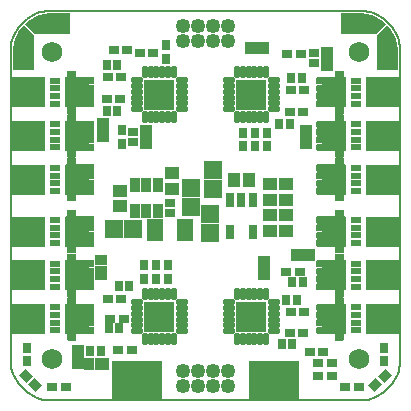
<source format=gts>
G04*
G04 #@! TF.GenerationSoftware,Altium Limited,Altium Designer,22.9.1 (49)*
G04*
G04 Layer_Color=8388736*
%FSLAX25Y25*%
%MOIN*%
G70*
G04*
G04 #@! TF.SameCoordinates,5A2D5F74-2F22-471E-A729-26C66B6EDD7C*
G04*
G04*
G04 #@! TF.FilePolarity,Negative*
G04*
G01*
G75*
%ADD15C,0.00500*%
%ADD18R,0.03556X0.04737*%
%ADD19R,0.03753X0.03162*%
%ADD20R,0.03320X0.03162*%
%ADD21R,0.03162X0.03320*%
%ADD22R,0.03950X0.04934*%
%ADD23R,0.03950X0.03359*%
%ADD24R,0.03162X0.03753*%
%ADD25R,0.04934X0.03950*%
%ADD26R,0.03359X0.03950*%
%ADD27R,0.02965X0.04737*%
G04:AMPARAMS|DCode=28|XSize=31.62mil|YSize=37.53mil|CornerRadius=0mil|HoleSize=0mil|Usage=FLASHONLY|Rotation=225.000|XOffset=0mil|YOffset=0mil|HoleType=Round|Shape=Rectangle|*
%AMROTATEDRECTD28*
4,1,4,-0.00209,0.02445,0.02445,-0.00209,0.00209,-0.02445,-0.02445,0.00209,-0.00209,0.02445,0.0*
%
%ADD28ROTATEDRECTD28*%

G04:AMPARAMS|DCode=29|XSize=31.62mil|YSize=37.53mil|CornerRadius=0mil|HoleSize=0mil|Usage=FLASHONLY|Rotation=135.000|XOffset=0mil|YOffset=0mil|HoleType=Round|Shape=Rectangle|*
%AMROTATEDRECTD29*
4,1,4,0.02445,0.00209,-0.00209,-0.02445,-0.02445,-0.00209,0.00209,0.02445,0.02445,0.00209,0.0*
%
%ADD29ROTATEDRECTD29*%

%ADD30R,0.04147X0.04540*%
%ADD31R,0.03950X0.02139*%
%ADD32R,0.03398X0.02454*%
%ADD33R,0.05524X0.07690*%
%ADD34R,0.06312X0.05918*%
%ADD35R,0.04737X0.04343*%
%ADD36R,0.05918X0.06312*%
G04:AMPARAMS|DCode=37|XSize=41.86mil|YSize=18.63mil|CornerRadius=5.33mil|HoleSize=0mil|Usage=FLASHONLY|Rotation=270.000|XOffset=0mil|YOffset=0mil|HoleType=Round|Shape=RoundedRectangle|*
%AMROUNDEDRECTD37*
21,1,0.04186,0.00797,0,0,270.0*
21,1,0.03120,0.01863,0,0,270.0*
1,1,0.01066,-0.00399,-0.01560*
1,1,0.01066,-0.00399,0.01560*
1,1,0.01066,0.00399,0.01560*
1,1,0.01066,0.00399,-0.01560*
%
%ADD37ROUNDEDRECTD37*%
G04:AMPARAMS|DCode=38|XSize=41.86mil|YSize=18.63mil|CornerRadius=5.33mil|HoleSize=0mil|Usage=FLASHONLY|Rotation=180.000|XOffset=0mil|YOffset=0mil|HoleType=Round|Shape=RoundedRectangle|*
%AMROUNDEDRECTD38*
21,1,0.04186,0.00797,0,0,180.0*
21,1,0.03120,0.01863,0,0,180.0*
1,1,0.01066,-0.01560,0.00399*
1,1,0.01066,0.01560,0.00399*
1,1,0.01066,0.01560,-0.00399*
1,1,0.01066,-0.01560,-0.00399*
%
%ADD38ROUNDEDRECTD38*%
%ADD39R,0.10446X0.10446*%
%ADD40R,0.16548X0.12611*%
%ADD41R,0.11824X0.10249*%
%ADD42C,0.04934*%
%ADD43C,0.06800*%
G36*
X51181Y64158D02*
X52032D01*
X53718Y63936D01*
X55361Y63496D01*
X56933Y62845D01*
X58406Y61994D01*
X59756Y60958D01*
X60160Y60554D01*
X56693Y57087D01*
X45276D01*
Y64158D01*
X51181D01*
D02*
G37*
G36*
X-45276Y64158D02*
Y57087D01*
X-56693D01*
X-60160Y60554D01*
X-59756Y60958D01*
X-58406Y61994D01*
X-56933Y62845D01*
X-55361Y63495D01*
X-53718Y63936D01*
X-52032Y64158D01*
X-51181Y64158D01*
X-45276D01*
D02*
G37*
G36*
X60958Y59756D02*
X61994Y58406D01*
X62845Y56933D01*
X63495Y55361D01*
X63936Y53718D01*
X64158Y52032D01*
X64158Y51181D01*
Y45276D01*
X57086D01*
Y56693D01*
X60554Y60160D01*
X60958Y59756D01*
D02*
G37*
G36*
X-58800Y58406D02*
X-57087Y56693D01*
Y45276D01*
X-64158D01*
Y51181D01*
Y52032D01*
X-63936Y53718D01*
X-63496Y55361D01*
X-62845Y56933D01*
X-61994Y58406D01*
X-60958Y59756D01*
X-60554Y60160D01*
X-58800Y58406D01*
D02*
G37*
G36*
X45800Y45004D02*
X45852Y44993D01*
X45901Y44977D01*
X45948Y44953D01*
X45992Y44924D01*
X46031Y44890D01*
X46066Y44850D01*
X46095Y44807D01*
X46118Y44760D01*
X46135Y44710D01*
X46145Y44659D01*
X46149Y44606D01*
Y42862D01*
X46457D01*
X46509Y42858D01*
X46560Y42848D01*
X46610Y42831D01*
X46657Y42808D01*
X46701Y42779D01*
X46740Y42744D01*
X46775Y42705D01*
X46804Y42661D01*
X46827Y42614D01*
X46844Y42564D01*
X46854Y42513D01*
X46858Y42461D01*
Y33130D01*
X46854Y33078D01*
X46844Y33026D01*
X46827Y32976D01*
X46804Y32930D01*
X46775Y32886D01*
X46740Y32847D01*
X46701Y32812D01*
X46657Y32783D01*
X46610Y32760D01*
X46560Y32743D01*
X46509Y32732D01*
X46457Y32729D01*
X46149D01*
Y30984D01*
X46145Y30932D01*
X46135Y30880D01*
X46118Y30831D01*
X46095Y30784D01*
X46066Y30740D01*
X46031Y30701D01*
X45992Y30666D01*
X45948Y30637D01*
X45901Y30614D01*
X45852Y30597D01*
X45800Y30587D01*
X45748Y30583D01*
X43504D01*
X43452Y30587D01*
X43400Y30597D01*
X43350Y30614D01*
X43303Y30637D01*
X43260Y30666D01*
X43220Y30701D01*
X43186Y30740D01*
X43157Y30784D01*
X43134Y30831D01*
X43117Y30880D01*
X43106Y30932D01*
X43103Y30984D01*
Y32729D01*
X37402D01*
X37349Y32732D01*
X37298Y32743D01*
X37248Y32760D01*
X37201Y32783D01*
X37157Y32812D01*
X37118Y32847D01*
X37084Y32886D01*
X37054Y32930D01*
X37031Y32976D01*
X37014Y33026D01*
X37004Y33078D01*
X37001Y33130D01*
Y34784D01*
X37004Y34836D01*
X37014Y34887D01*
X37031Y34937D01*
X37054Y34984D01*
X37084Y35028D01*
X37118Y35067D01*
X37157Y35102D01*
X37201Y35131D01*
X37248Y35154D01*
X37298Y35171D01*
X37349Y35181D01*
X37402Y35184D01*
X38851D01*
Y35288D01*
X37402D01*
X37349Y35292D01*
X37298Y35302D01*
X37248Y35319D01*
X37201Y35342D01*
X37157Y35371D01*
X37118Y35405D01*
X37084Y35445D01*
X37054Y35489D01*
X37031Y35536D01*
X37014Y35585D01*
X37004Y35637D01*
X37001Y35689D01*
Y37343D01*
X37004Y37395D01*
X37014Y37446D01*
X37031Y37496D01*
X37054Y37543D01*
X37084Y37587D01*
X37118Y37626D01*
X37157Y37661D01*
X37201Y37690D01*
X37248Y37713D01*
X37298Y37730D01*
X37349Y37740D01*
X37402Y37743D01*
X38851D01*
Y37847D01*
X37402D01*
X37349Y37851D01*
X37298Y37861D01*
X37248Y37878D01*
X37201Y37901D01*
X37157Y37930D01*
X37118Y37965D01*
X37084Y38004D01*
X37054Y38048D01*
X37031Y38095D01*
X37014Y38144D01*
X37004Y38196D01*
X37001Y38248D01*
Y39902D01*
X37004Y39954D01*
X37014Y40005D01*
X37031Y40055D01*
X37054Y40102D01*
X37084Y40146D01*
X37118Y40185D01*
X37157Y40220D01*
X37201Y40249D01*
X37248Y40272D01*
X37298Y40289D01*
X37349Y40299D01*
X37402Y40302D01*
X38851D01*
Y40406D01*
X37402D01*
X37349Y40410D01*
X37298Y40420D01*
X37248Y40437D01*
X37201Y40460D01*
X37157Y40489D01*
X37118Y40524D01*
X37084Y40563D01*
X37054Y40607D01*
X37031Y40654D01*
X37014Y40703D01*
X37004Y40755D01*
X37001Y40807D01*
Y42461D01*
X37004Y42513D01*
X37014Y42564D01*
X37031Y42614D01*
X37054Y42661D01*
X37084Y42705D01*
X37118Y42744D01*
X37157Y42779D01*
X37201Y42808D01*
X37248Y42831D01*
X37298Y42848D01*
X37349Y42858D01*
X37402Y42862D01*
X43103D01*
Y44606D01*
X43106Y44659D01*
X43117Y44710D01*
X43134Y44760D01*
X43157Y44807D01*
X43186Y44850D01*
X43220Y44890D01*
X43260Y44924D01*
X43303Y44953D01*
X43350Y44977D01*
X43400Y44993D01*
X43452Y45004D01*
X43504Y45007D01*
X45748D01*
X45800Y45004D01*
D02*
G37*
G36*
X-43452D02*
X-43400Y44993D01*
X-43350Y44977D01*
X-43303Y44953D01*
X-43260Y44924D01*
X-43220Y44890D01*
X-43186Y44850D01*
X-43157Y44807D01*
X-43134Y44760D01*
X-43117Y44710D01*
X-43106Y44659D01*
X-43103Y44606D01*
Y42862D01*
X-37402D01*
X-37349Y42858D01*
X-37298Y42848D01*
X-37248Y42831D01*
X-37201Y42808D01*
X-37157Y42779D01*
X-37118Y42744D01*
X-37084Y42705D01*
X-37054Y42661D01*
X-37031Y42614D01*
X-37014Y42564D01*
X-37004Y42513D01*
X-37001Y42461D01*
Y40807D01*
X-37004Y40755D01*
X-37014Y40703D01*
X-37031Y40654D01*
X-37054Y40607D01*
X-37084Y40563D01*
X-37118Y40524D01*
X-37157Y40489D01*
X-37201Y40460D01*
X-37248Y40437D01*
X-37298Y40420D01*
X-37349Y40410D01*
X-37402Y40406D01*
X-38851D01*
Y40302D01*
X-37402D01*
X-37349Y40299D01*
X-37298Y40289D01*
X-37248Y40272D01*
X-37201Y40249D01*
X-37157Y40220D01*
X-37118Y40185D01*
X-37084Y40146D01*
X-37054Y40102D01*
X-37031Y40055D01*
X-37014Y40005D01*
X-37004Y39954D01*
X-37001Y39902D01*
Y38248D01*
X-37004Y38196D01*
X-37014Y38144D01*
X-37031Y38095D01*
X-37054Y38048D01*
X-37084Y38004D01*
X-37118Y37965D01*
X-37157Y37930D01*
X-37201Y37901D01*
X-37248Y37878D01*
X-37298Y37861D01*
X-37349Y37851D01*
X-37402Y37847D01*
X-38851D01*
Y37743D01*
X-37402D01*
X-37349Y37740D01*
X-37298Y37730D01*
X-37248Y37713D01*
X-37201Y37690D01*
X-37157Y37661D01*
X-37118Y37626D01*
X-37084Y37587D01*
X-37054Y37543D01*
X-37031Y37496D01*
X-37014Y37446D01*
X-37004Y37395D01*
X-37001Y37343D01*
Y35689D01*
X-37004Y35637D01*
X-37014Y35585D01*
X-37031Y35536D01*
X-37054Y35489D01*
X-37084Y35445D01*
X-37118Y35405D01*
X-37157Y35371D01*
X-37201Y35342D01*
X-37248Y35319D01*
X-37298Y35302D01*
X-37349Y35292D01*
X-37402Y35288D01*
X-38851D01*
Y35184D01*
X-37402D01*
X-37349Y35181D01*
X-37298Y35171D01*
X-37248Y35154D01*
X-37201Y35131D01*
X-37157Y35102D01*
X-37118Y35067D01*
X-37084Y35028D01*
X-37054Y34984D01*
X-37031Y34937D01*
X-37014Y34887D01*
X-37004Y34836D01*
X-37001Y34784D01*
Y33130D01*
X-37004Y33078D01*
X-37014Y33026D01*
X-37031Y32976D01*
X-37054Y32930D01*
X-37084Y32886D01*
X-37118Y32847D01*
X-37157Y32812D01*
X-37201Y32783D01*
X-37248Y32760D01*
X-37298Y32743D01*
X-37349Y32732D01*
X-37402Y32729D01*
X-43103D01*
Y30984D01*
X-43106Y30932D01*
X-43117Y30880D01*
X-43134Y30831D01*
X-43157Y30784D01*
X-43186Y30740D01*
X-43220Y30701D01*
X-43260Y30666D01*
X-43303Y30637D01*
X-43350Y30614D01*
X-43400Y30597D01*
X-43452Y30587D01*
X-43504Y30583D01*
X-45748D01*
X-45800Y30587D01*
X-45852Y30597D01*
X-45901Y30614D01*
X-45948Y30637D01*
X-45992Y30666D01*
X-46031Y30701D01*
X-46066Y30740D01*
X-46095Y30784D01*
X-46118Y30831D01*
X-46135Y30880D01*
X-46145Y30932D01*
X-46149Y30984D01*
Y32729D01*
X-46457D01*
X-46509Y32732D01*
X-46560Y32743D01*
X-46610Y32760D01*
X-46657Y32783D01*
X-46701Y32812D01*
X-46740Y32847D01*
X-46775Y32886D01*
X-46804Y32930D01*
X-46827Y32976D01*
X-46844Y33026D01*
X-46854Y33078D01*
X-46858Y33130D01*
Y42461D01*
X-46854Y42513D01*
X-46844Y42564D01*
X-46827Y42614D01*
X-46804Y42661D01*
X-46775Y42705D01*
X-46740Y42744D01*
X-46701Y42779D01*
X-46657Y42808D01*
X-46610Y42831D01*
X-46560Y42848D01*
X-46509Y42858D01*
X-46457Y42862D01*
X-46149D01*
Y44606D01*
X-46145Y44659D01*
X-46135Y44710D01*
X-46118Y44760D01*
X-46095Y44807D01*
X-46066Y44850D01*
X-46031Y44890D01*
X-45992Y44924D01*
X-45948Y44953D01*
X-45901Y44977D01*
X-45852Y44993D01*
X-45800Y45004D01*
X-45748Y45007D01*
X-43504D01*
X-43452Y45004D01*
D02*
G37*
G36*
X45800Y30437D02*
X45852Y30427D01*
X45901Y30410D01*
X45948Y30386D01*
X45992Y30357D01*
X46031Y30323D01*
X46066Y30283D01*
X46095Y30240D01*
X46118Y30193D01*
X46135Y30143D01*
X46145Y30092D01*
X46149Y30039D01*
Y28295D01*
X46457D01*
X46509Y28291D01*
X46560Y28281D01*
X46610Y28264D01*
X46657Y28241D01*
X46701Y28212D01*
X46740Y28177D01*
X46775Y28138D01*
X46804Y28094D01*
X46827Y28047D01*
X46844Y27997D01*
X46854Y27946D01*
X46858Y27894D01*
Y18563D01*
X46854Y18511D01*
X46844Y18459D01*
X46827Y18410D01*
X46804Y18363D01*
X46775Y18319D01*
X46740Y18280D01*
X46701Y18245D01*
X46657Y18216D01*
X46610Y18193D01*
X46560Y18176D01*
X46509Y18166D01*
X46457Y18162D01*
X46149D01*
Y16417D01*
X46145Y16365D01*
X46135Y16314D01*
X46118Y16264D01*
X46095Y16217D01*
X46066Y16173D01*
X46031Y16134D01*
X45992Y16099D01*
X45948Y16070D01*
X45901Y16047D01*
X45852Y16030D01*
X45800Y16020D01*
X45748Y16016D01*
X43504D01*
X43452Y16020D01*
X43400Y16030D01*
X43350Y16047D01*
X43303Y16070D01*
X43260Y16099D01*
X43220Y16134D01*
X43186Y16173D01*
X43157Y16217D01*
X43134Y16264D01*
X43117Y16314D01*
X43106Y16365D01*
X43103Y16417D01*
Y18162D01*
X37402D01*
X37349Y18166D01*
X37298Y18176D01*
X37248Y18193D01*
X37201Y18216D01*
X37157Y18245D01*
X37118Y18280D01*
X37084Y18319D01*
X37054Y18363D01*
X37031Y18410D01*
X37014Y18459D01*
X37004Y18511D01*
X37001Y18563D01*
Y20216D01*
X37004Y20269D01*
X37014Y20320D01*
X37031Y20370D01*
X37054Y20417D01*
X37084Y20461D01*
X37118Y20500D01*
X37157Y20535D01*
X37201Y20564D01*
X37248Y20587D01*
X37298Y20604D01*
X37349Y20614D01*
X37402Y20617D01*
X38851D01*
Y20721D01*
X37402D01*
X37349Y20725D01*
X37298Y20735D01*
X37248Y20752D01*
X37201Y20775D01*
X37157Y20804D01*
X37118Y20839D01*
X37084Y20878D01*
X37054Y20922D01*
X37031Y20969D01*
X37014Y21018D01*
X37004Y21070D01*
X37001Y21122D01*
Y22776D01*
X37004Y22828D01*
X37014Y22879D01*
X37031Y22929D01*
X37054Y22976D01*
X37084Y23020D01*
X37118Y23059D01*
X37157Y23094D01*
X37201Y23123D01*
X37248Y23146D01*
X37298Y23163D01*
X37349Y23173D01*
X37402Y23176D01*
X38851D01*
Y23280D01*
X37402D01*
X37349Y23284D01*
X37298Y23294D01*
X37248Y23311D01*
X37201Y23334D01*
X37157Y23363D01*
X37118Y23398D01*
X37084Y23437D01*
X37054Y23481D01*
X37031Y23528D01*
X37014Y23577D01*
X37004Y23629D01*
X37001Y23681D01*
Y25335D01*
X37004Y25387D01*
X37014Y25438D01*
X37031Y25488D01*
X37054Y25535D01*
X37084Y25579D01*
X37118Y25618D01*
X37157Y25653D01*
X37201Y25682D01*
X37248Y25705D01*
X37298Y25722D01*
X37349Y25732D01*
X37402Y25736D01*
X38851D01*
Y25839D01*
X37402D01*
X37349Y25843D01*
X37298Y25853D01*
X37248Y25870D01*
X37201Y25893D01*
X37157Y25922D01*
X37118Y25957D01*
X37084Y25996D01*
X37054Y26040D01*
X37031Y26087D01*
X37014Y26136D01*
X37004Y26188D01*
X37001Y26240D01*
Y27894D01*
X37004Y27946D01*
X37014Y27997D01*
X37031Y28047D01*
X37054Y28094D01*
X37084Y28138D01*
X37118Y28177D01*
X37157Y28212D01*
X37201Y28241D01*
X37248Y28264D01*
X37298Y28281D01*
X37349Y28291D01*
X37402Y28295D01*
X43103D01*
Y30039D01*
X43106Y30092D01*
X43117Y30143D01*
X43134Y30193D01*
X43157Y30240D01*
X43186Y30283D01*
X43220Y30323D01*
X43260Y30357D01*
X43303Y30386D01*
X43350Y30410D01*
X43400Y30427D01*
X43452Y30437D01*
X43504Y30440D01*
X45748D01*
X45800Y30437D01*
D02*
G37*
G36*
X-43452D02*
X-43400Y30427D01*
X-43350Y30410D01*
X-43303Y30386D01*
X-43260Y30357D01*
X-43220Y30323D01*
X-43186Y30283D01*
X-43157Y30240D01*
X-43134Y30193D01*
X-43117Y30143D01*
X-43106Y30092D01*
X-43103Y30039D01*
Y28295D01*
X-37402D01*
X-37349Y28291D01*
X-37298Y28281D01*
X-37248Y28264D01*
X-37201Y28241D01*
X-37157Y28212D01*
X-37118Y28177D01*
X-37084Y28138D01*
X-37054Y28094D01*
X-37031Y28047D01*
X-37014Y27997D01*
X-37004Y27946D01*
X-37001Y27894D01*
Y26240D01*
X-37004Y26188D01*
X-37014Y26136D01*
X-37031Y26087D01*
X-37054Y26040D01*
X-37084Y25996D01*
X-37118Y25957D01*
X-37157Y25922D01*
X-37201Y25893D01*
X-37248Y25870D01*
X-37298Y25853D01*
X-37349Y25843D01*
X-37402Y25839D01*
X-38851D01*
Y25736D01*
X-37402D01*
X-37349Y25732D01*
X-37298Y25722D01*
X-37248Y25705D01*
X-37201Y25682D01*
X-37157Y25653D01*
X-37118Y25618D01*
X-37084Y25579D01*
X-37054Y25535D01*
X-37031Y25488D01*
X-37014Y25438D01*
X-37004Y25387D01*
X-37001Y25335D01*
Y23681D01*
X-37004Y23629D01*
X-37014Y23577D01*
X-37031Y23528D01*
X-37054Y23481D01*
X-37084Y23437D01*
X-37118Y23398D01*
X-37157Y23363D01*
X-37201Y23334D01*
X-37248Y23311D01*
X-37298Y23294D01*
X-37349Y23284D01*
X-37402Y23280D01*
X-38851D01*
Y23176D01*
X-37402D01*
X-37349Y23173D01*
X-37298Y23163D01*
X-37248Y23146D01*
X-37201Y23123D01*
X-37157Y23094D01*
X-37118Y23059D01*
X-37084Y23020D01*
X-37054Y22976D01*
X-37031Y22929D01*
X-37014Y22879D01*
X-37004Y22828D01*
X-37001Y22776D01*
Y21122D01*
X-37004Y21070D01*
X-37014Y21018D01*
X-37031Y20969D01*
X-37054Y20922D01*
X-37084Y20878D01*
X-37118Y20839D01*
X-37157Y20804D01*
X-37201Y20775D01*
X-37248Y20752D01*
X-37298Y20735D01*
X-37349Y20725D01*
X-37402Y20721D01*
X-38851D01*
Y20617D01*
X-37402D01*
X-37349Y20614D01*
X-37298Y20604D01*
X-37248Y20587D01*
X-37201Y20564D01*
X-37157Y20535D01*
X-37118Y20500D01*
X-37084Y20461D01*
X-37054Y20417D01*
X-37031Y20370D01*
X-37014Y20320D01*
X-37004Y20269D01*
X-37001Y20216D01*
Y18563D01*
X-37004Y18511D01*
X-37014Y18459D01*
X-37031Y18410D01*
X-37054Y18363D01*
X-37084Y18319D01*
X-37118Y18280D01*
X-37157Y18245D01*
X-37201Y18216D01*
X-37248Y18193D01*
X-37298Y18176D01*
X-37349Y18166D01*
X-37402Y18162D01*
X-43103D01*
Y16417D01*
X-43106Y16365D01*
X-43117Y16314D01*
X-43134Y16264D01*
X-43157Y16217D01*
X-43186Y16173D01*
X-43220Y16134D01*
X-43260Y16099D01*
X-43303Y16070D01*
X-43350Y16047D01*
X-43400Y16030D01*
X-43452Y16020D01*
X-43504Y16016D01*
X-45748D01*
X-45800Y16020D01*
X-45852Y16030D01*
X-45901Y16047D01*
X-45948Y16070D01*
X-45992Y16099D01*
X-46031Y16134D01*
X-46066Y16173D01*
X-46095Y16217D01*
X-46118Y16264D01*
X-46135Y16314D01*
X-46145Y16365D01*
X-46149Y16417D01*
Y18162D01*
X-46457D01*
X-46509Y18166D01*
X-46560Y18176D01*
X-46610Y18193D01*
X-46657Y18216D01*
X-46701Y18245D01*
X-46740Y18280D01*
X-46775Y18319D01*
X-46804Y18363D01*
X-46827Y18410D01*
X-46844Y18459D01*
X-46854Y18511D01*
X-46858Y18563D01*
Y27894D01*
X-46854Y27946D01*
X-46844Y27997D01*
X-46827Y28047D01*
X-46804Y28094D01*
X-46775Y28138D01*
X-46740Y28177D01*
X-46701Y28212D01*
X-46657Y28241D01*
X-46610Y28264D01*
X-46560Y28281D01*
X-46509Y28291D01*
X-46457Y28295D01*
X-46149D01*
Y30039D01*
X-46145Y30092D01*
X-46135Y30143D01*
X-46118Y30193D01*
X-46095Y30240D01*
X-46066Y30283D01*
X-46031Y30323D01*
X-45992Y30357D01*
X-45948Y30386D01*
X-45901Y30410D01*
X-45852Y30427D01*
X-45800Y30437D01*
X-45748Y30440D01*
X-43504D01*
X-43452Y30437D01*
D02*
G37*
G36*
X45800Y15870D02*
X45852Y15860D01*
X45901Y15843D01*
X45948Y15820D01*
X45992Y15790D01*
X46031Y15756D01*
X46066Y15717D01*
X46095Y15673D01*
X46118Y15626D01*
X46135Y15576D01*
X46145Y15525D01*
X46149Y15472D01*
Y13728D01*
X46457D01*
X46509Y13724D01*
X46560Y13714D01*
X46610Y13697D01*
X46657Y13674D01*
X46701Y13645D01*
X46740Y13610D01*
X46775Y13571D01*
X46804Y13527D01*
X46827Y13480D01*
X46844Y13431D01*
X46854Y13379D01*
X46858Y13327D01*
Y3996D01*
X46854Y3944D01*
X46844Y3892D01*
X46827Y3843D01*
X46804Y3796D01*
X46775Y3752D01*
X46740Y3713D01*
X46701Y3678D01*
X46657Y3649D01*
X46610Y3626D01*
X46560Y3609D01*
X46509Y3599D01*
X46457Y3595D01*
X46149D01*
Y1850D01*
X46145Y1798D01*
X46135Y1747D01*
X46118Y1697D01*
X46095Y1650D01*
X46066Y1606D01*
X46031Y1567D01*
X45992Y1532D01*
X45948Y1503D01*
X45901Y1480D01*
X45852Y1463D01*
X45800Y1453D01*
X45748Y1450D01*
X43504D01*
X43452Y1453D01*
X43400Y1463D01*
X43350Y1480D01*
X43303Y1503D01*
X43260Y1532D01*
X43220Y1567D01*
X43186Y1606D01*
X43157Y1650D01*
X43134Y1697D01*
X43117Y1747D01*
X43106Y1798D01*
X43103Y1850D01*
Y3595D01*
X37402D01*
X37349Y3599D01*
X37298Y3609D01*
X37248Y3626D01*
X37201Y3649D01*
X37157Y3678D01*
X37118Y3713D01*
X37084Y3752D01*
X37054Y3796D01*
X37031Y3843D01*
X37014Y3892D01*
X37004Y3944D01*
X37001Y3996D01*
Y5650D01*
X37004Y5702D01*
X37014Y5753D01*
X37031Y5803D01*
X37054Y5850D01*
X37084Y5894D01*
X37118Y5933D01*
X37157Y5968D01*
X37201Y5997D01*
X37248Y6020D01*
X37298Y6037D01*
X37349Y6047D01*
X37402Y6050D01*
X38851D01*
Y6154D01*
X37402D01*
X37349Y6158D01*
X37298Y6168D01*
X37248Y6185D01*
X37201Y6208D01*
X37157Y6237D01*
X37118Y6272D01*
X37084Y6311D01*
X37054Y6355D01*
X37031Y6402D01*
X37014Y6451D01*
X37004Y6503D01*
X37001Y6555D01*
Y8209D01*
X37004Y8261D01*
X37014Y8312D01*
X37031Y8362D01*
X37054Y8409D01*
X37084Y8453D01*
X37118Y8492D01*
X37157Y8527D01*
X37201Y8556D01*
X37248Y8579D01*
X37298Y8596D01*
X37349Y8606D01*
X37402Y8609D01*
X38851D01*
Y8713D01*
X37402D01*
X37349Y8717D01*
X37298Y8727D01*
X37248Y8744D01*
X37201Y8767D01*
X37157Y8796D01*
X37118Y8831D01*
X37084Y8870D01*
X37054Y8914D01*
X37031Y8961D01*
X37014Y9010D01*
X37004Y9062D01*
X37001Y9114D01*
Y10768D01*
X37004Y10820D01*
X37014Y10871D01*
X37031Y10921D01*
X37054Y10968D01*
X37084Y11012D01*
X37118Y11051D01*
X37157Y11086D01*
X37201Y11115D01*
X37248Y11138D01*
X37298Y11155D01*
X37349Y11165D01*
X37402Y11169D01*
X38851D01*
Y11272D01*
X37402D01*
X37349Y11276D01*
X37298Y11286D01*
X37248Y11303D01*
X37201Y11326D01*
X37157Y11355D01*
X37118Y11390D01*
X37084Y11429D01*
X37054Y11473D01*
X37031Y11520D01*
X37014Y11569D01*
X37004Y11621D01*
X37001Y11673D01*
Y13327D01*
X37004Y13379D01*
X37014Y13431D01*
X37031Y13480D01*
X37054Y13527D01*
X37084Y13571D01*
X37118Y13610D01*
X37157Y13645D01*
X37201Y13674D01*
X37248Y13697D01*
X37298Y13714D01*
X37349Y13724D01*
X37402Y13728D01*
X43103D01*
Y15472D01*
X43106Y15525D01*
X43117Y15576D01*
X43134Y15626D01*
X43157Y15673D01*
X43186Y15717D01*
X43220Y15756D01*
X43260Y15790D01*
X43303Y15820D01*
X43350Y15843D01*
X43400Y15860D01*
X43452Y15870D01*
X43504Y15873D01*
X45748D01*
X45800Y15870D01*
D02*
G37*
G36*
X-43452D02*
X-43400Y15860D01*
X-43350Y15843D01*
X-43303Y15820D01*
X-43260Y15790D01*
X-43220Y15756D01*
X-43186Y15717D01*
X-43157Y15673D01*
X-43134Y15626D01*
X-43117Y15576D01*
X-43106Y15525D01*
X-43103Y15472D01*
Y13728D01*
X-37402D01*
X-37349Y13724D01*
X-37298Y13714D01*
X-37248Y13697D01*
X-37201Y13674D01*
X-37157Y13645D01*
X-37118Y13610D01*
X-37084Y13571D01*
X-37054Y13527D01*
X-37031Y13480D01*
X-37014Y13431D01*
X-37004Y13379D01*
X-37001Y13327D01*
Y11673D01*
X-37004Y11621D01*
X-37014Y11569D01*
X-37031Y11520D01*
X-37054Y11473D01*
X-37084Y11429D01*
X-37118Y11390D01*
X-37157Y11355D01*
X-37201Y11326D01*
X-37248Y11303D01*
X-37298Y11286D01*
X-37349Y11276D01*
X-37402Y11272D01*
X-38851D01*
Y11169D01*
X-37402D01*
X-37349Y11165D01*
X-37298Y11155D01*
X-37248Y11138D01*
X-37201Y11115D01*
X-37157Y11086D01*
X-37118Y11051D01*
X-37084Y11012D01*
X-37054Y10968D01*
X-37031Y10921D01*
X-37014Y10871D01*
X-37004Y10820D01*
X-37001Y10768D01*
Y9114D01*
X-37004Y9062D01*
X-37014Y9010D01*
X-37031Y8961D01*
X-37054Y8914D01*
X-37084Y8870D01*
X-37118Y8831D01*
X-37157Y8796D01*
X-37201Y8767D01*
X-37248Y8744D01*
X-37298Y8727D01*
X-37349Y8717D01*
X-37402Y8713D01*
X-38851D01*
Y8609D01*
X-37402D01*
X-37349Y8606D01*
X-37298Y8596D01*
X-37248Y8579D01*
X-37201Y8556D01*
X-37157Y8527D01*
X-37118Y8492D01*
X-37084Y8453D01*
X-37054Y8409D01*
X-37031Y8362D01*
X-37014Y8312D01*
X-37004Y8261D01*
X-37001Y8209D01*
Y6555D01*
X-37004Y6503D01*
X-37014Y6451D01*
X-37031Y6402D01*
X-37054Y6355D01*
X-37084Y6311D01*
X-37118Y6272D01*
X-37157Y6237D01*
X-37201Y6208D01*
X-37248Y6185D01*
X-37298Y6168D01*
X-37349Y6158D01*
X-37402Y6154D01*
X-38851D01*
Y6050D01*
X-37402D01*
X-37349Y6047D01*
X-37298Y6037D01*
X-37248Y6020D01*
X-37201Y5997D01*
X-37157Y5968D01*
X-37118Y5933D01*
X-37084Y5894D01*
X-37054Y5850D01*
X-37031Y5803D01*
X-37014Y5753D01*
X-37004Y5702D01*
X-37001Y5650D01*
Y3996D01*
X-37004Y3944D01*
X-37014Y3892D01*
X-37031Y3843D01*
X-37054Y3796D01*
X-37084Y3752D01*
X-37118Y3713D01*
X-37157Y3678D01*
X-37201Y3649D01*
X-37248Y3626D01*
X-37298Y3609D01*
X-37349Y3599D01*
X-37402Y3595D01*
X-43103D01*
Y1850D01*
X-43106Y1798D01*
X-43117Y1747D01*
X-43134Y1697D01*
X-43157Y1650D01*
X-43186Y1606D01*
X-43220Y1567D01*
X-43260Y1532D01*
X-43303Y1503D01*
X-43350Y1480D01*
X-43400Y1463D01*
X-43452Y1453D01*
X-43504Y1450D01*
X-45748D01*
X-45800Y1453D01*
X-45852Y1463D01*
X-45901Y1480D01*
X-45948Y1503D01*
X-45992Y1532D01*
X-46031Y1567D01*
X-46066Y1606D01*
X-46095Y1650D01*
X-46118Y1697D01*
X-46135Y1747D01*
X-46145Y1798D01*
X-46149Y1850D01*
Y3595D01*
X-46457D01*
X-46509Y3599D01*
X-46560Y3609D01*
X-46610Y3626D01*
X-46657Y3649D01*
X-46701Y3678D01*
X-46740Y3713D01*
X-46775Y3752D01*
X-46804Y3796D01*
X-46827Y3843D01*
X-46844Y3892D01*
X-46854Y3944D01*
X-46858Y3996D01*
Y13327D01*
X-46854Y13379D01*
X-46844Y13431D01*
X-46827Y13480D01*
X-46804Y13527D01*
X-46775Y13571D01*
X-46740Y13610D01*
X-46701Y13645D01*
X-46657Y13674D01*
X-46610Y13697D01*
X-46560Y13714D01*
X-46509Y13724D01*
X-46457Y13728D01*
X-46149D01*
Y15472D01*
X-46145Y15525D01*
X-46135Y15576D01*
X-46118Y15626D01*
X-46095Y15673D01*
X-46066Y15717D01*
X-46031Y15756D01*
X-45992Y15790D01*
X-45948Y15820D01*
X-45901Y15843D01*
X-45852Y15860D01*
X-45800Y15870D01*
X-45748Y15873D01*
X-43504D01*
X-43452Y15870D01*
D02*
G37*
G36*
X45800Y-1453D02*
X45852Y-1463D01*
X45901Y-1480D01*
X45948Y-1503D01*
X45992Y-1532D01*
X46031Y-1567D01*
X46066Y-1606D01*
X46095Y-1650D01*
X46118Y-1697D01*
X46135Y-1747D01*
X46145Y-1798D01*
X46149Y-1850D01*
Y-3595D01*
X46457D01*
X46509Y-3599D01*
X46560Y-3609D01*
X46610Y-3626D01*
X46657Y-3649D01*
X46701Y-3678D01*
X46740Y-3713D01*
X46775Y-3752D01*
X46804Y-3796D01*
X46827Y-3843D01*
X46844Y-3892D01*
X46854Y-3944D01*
X46858Y-3996D01*
Y-13327D01*
X46854Y-13379D01*
X46844Y-13431D01*
X46827Y-13480D01*
X46804Y-13527D01*
X46775Y-13571D01*
X46740Y-13610D01*
X46701Y-13645D01*
X46657Y-13674D01*
X46610Y-13697D01*
X46560Y-13714D01*
X46509Y-13724D01*
X46457Y-13728D01*
X46149D01*
Y-15472D01*
X46145Y-15525D01*
X46135Y-15576D01*
X46118Y-15626D01*
X46095Y-15673D01*
X46066Y-15717D01*
X46031Y-15756D01*
X45992Y-15790D01*
X45948Y-15820D01*
X45901Y-15843D01*
X45852Y-15860D01*
X45800Y-15870D01*
X45748Y-15873D01*
X43504D01*
X43452Y-15870D01*
X43400Y-15860D01*
X43350Y-15843D01*
X43303Y-15820D01*
X43260Y-15790D01*
X43220Y-15756D01*
X43186Y-15717D01*
X43157Y-15673D01*
X43134Y-15626D01*
X43117Y-15576D01*
X43106Y-15525D01*
X43103Y-15472D01*
Y-13728D01*
X37402D01*
X37349Y-13724D01*
X37298Y-13714D01*
X37248Y-13697D01*
X37201Y-13674D01*
X37157Y-13645D01*
X37118Y-13610D01*
X37084Y-13571D01*
X37054Y-13527D01*
X37031Y-13480D01*
X37014Y-13431D01*
X37004Y-13379D01*
X37001Y-13327D01*
Y-11673D01*
X37004Y-11621D01*
X37014Y-11569D01*
X37031Y-11520D01*
X37054Y-11473D01*
X37084Y-11429D01*
X37118Y-11390D01*
X37157Y-11355D01*
X37201Y-11326D01*
X37248Y-11303D01*
X37298Y-11286D01*
X37349Y-11276D01*
X37402Y-11272D01*
X38851D01*
Y-11169D01*
X37402D01*
X37349Y-11165D01*
X37298Y-11155D01*
X37248Y-11138D01*
X37201Y-11115D01*
X37157Y-11086D01*
X37118Y-11051D01*
X37084Y-11012D01*
X37054Y-10968D01*
X37031Y-10921D01*
X37014Y-10871D01*
X37004Y-10820D01*
X37001Y-10768D01*
Y-9114D01*
X37004Y-9062D01*
X37014Y-9010D01*
X37031Y-8961D01*
X37054Y-8914D01*
X37084Y-8870D01*
X37118Y-8831D01*
X37157Y-8796D01*
X37201Y-8767D01*
X37248Y-8744D01*
X37298Y-8727D01*
X37349Y-8717D01*
X37402Y-8713D01*
X38851D01*
Y-8609D01*
X37402D01*
X37349Y-8606D01*
X37298Y-8596D01*
X37248Y-8579D01*
X37201Y-8556D01*
X37157Y-8527D01*
X37118Y-8492D01*
X37084Y-8453D01*
X37054Y-8409D01*
X37031Y-8362D01*
X37014Y-8312D01*
X37004Y-8261D01*
X37001Y-8209D01*
Y-6555D01*
X37004Y-6503D01*
X37014Y-6451D01*
X37031Y-6402D01*
X37054Y-6355D01*
X37084Y-6311D01*
X37118Y-6272D01*
X37157Y-6237D01*
X37201Y-6208D01*
X37248Y-6185D01*
X37298Y-6168D01*
X37349Y-6158D01*
X37402Y-6154D01*
X38851D01*
Y-6050D01*
X37402D01*
X37349Y-6047D01*
X37298Y-6037D01*
X37248Y-6020D01*
X37201Y-5997D01*
X37157Y-5968D01*
X37118Y-5933D01*
X37084Y-5894D01*
X37054Y-5850D01*
X37031Y-5803D01*
X37014Y-5753D01*
X37004Y-5702D01*
X37001Y-5650D01*
Y-3996D01*
X37004Y-3944D01*
X37014Y-3892D01*
X37031Y-3843D01*
X37054Y-3796D01*
X37084Y-3752D01*
X37118Y-3713D01*
X37157Y-3678D01*
X37201Y-3649D01*
X37248Y-3626D01*
X37298Y-3609D01*
X37349Y-3599D01*
X37402Y-3595D01*
X43103D01*
Y-1850D01*
X43106Y-1798D01*
X43117Y-1747D01*
X43134Y-1697D01*
X43157Y-1650D01*
X43186Y-1606D01*
X43220Y-1567D01*
X43260Y-1532D01*
X43303Y-1503D01*
X43350Y-1480D01*
X43400Y-1463D01*
X43452Y-1453D01*
X43504Y-1450D01*
X45748D01*
X45800Y-1453D01*
D02*
G37*
G36*
X-43452D02*
X-43400Y-1463D01*
X-43350Y-1480D01*
X-43303Y-1503D01*
X-43260Y-1532D01*
X-43220Y-1567D01*
X-43186Y-1606D01*
X-43157Y-1650D01*
X-43134Y-1697D01*
X-43117Y-1747D01*
X-43106Y-1798D01*
X-43103Y-1850D01*
Y-3595D01*
X-37402D01*
X-37349Y-3599D01*
X-37298Y-3609D01*
X-37248Y-3626D01*
X-37201Y-3649D01*
X-37157Y-3678D01*
X-37118Y-3713D01*
X-37084Y-3752D01*
X-37054Y-3796D01*
X-37031Y-3843D01*
X-37014Y-3892D01*
X-37004Y-3944D01*
X-37001Y-3996D01*
Y-5650D01*
X-37004Y-5702D01*
X-37014Y-5753D01*
X-37031Y-5803D01*
X-37054Y-5850D01*
X-37084Y-5894D01*
X-37118Y-5933D01*
X-37157Y-5968D01*
X-37201Y-5997D01*
X-37248Y-6020D01*
X-37298Y-6037D01*
X-37349Y-6047D01*
X-37402Y-6050D01*
X-38851D01*
Y-6154D01*
X-37402D01*
X-37349Y-6158D01*
X-37298Y-6168D01*
X-37248Y-6185D01*
X-37201Y-6208D01*
X-37157Y-6237D01*
X-37118Y-6272D01*
X-37084Y-6311D01*
X-37054Y-6355D01*
X-37031Y-6402D01*
X-37014Y-6451D01*
X-37004Y-6503D01*
X-37001Y-6555D01*
Y-8209D01*
X-37004Y-8261D01*
X-37014Y-8312D01*
X-37031Y-8362D01*
X-37054Y-8409D01*
X-37084Y-8453D01*
X-37118Y-8492D01*
X-37157Y-8527D01*
X-37201Y-8556D01*
X-37248Y-8579D01*
X-37298Y-8596D01*
X-37349Y-8606D01*
X-37402Y-8609D01*
X-38851D01*
Y-8713D01*
X-37402D01*
X-37349Y-8717D01*
X-37298Y-8727D01*
X-37248Y-8744D01*
X-37201Y-8767D01*
X-37157Y-8796D01*
X-37118Y-8831D01*
X-37084Y-8870D01*
X-37054Y-8914D01*
X-37031Y-8961D01*
X-37014Y-9010D01*
X-37004Y-9062D01*
X-37001Y-9114D01*
Y-10768D01*
X-37004Y-10820D01*
X-37014Y-10871D01*
X-37031Y-10921D01*
X-37054Y-10968D01*
X-37084Y-11012D01*
X-37118Y-11051D01*
X-37157Y-11086D01*
X-37201Y-11115D01*
X-37248Y-11138D01*
X-37298Y-11155D01*
X-37349Y-11165D01*
X-37402Y-11169D01*
X-38851D01*
Y-11272D01*
X-37402D01*
X-37349Y-11276D01*
X-37298Y-11286D01*
X-37248Y-11303D01*
X-37201Y-11326D01*
X-37157Y-11355D01*
X-37118Y-11390D01*
X-37084Y-11429D01*
X-37054Y-11473D01*
X-37031Y-11520D01*
X-37014Y-11569D01*
X-37004Y-11621D01*
X-37001Y-11673D01*
Y-13327D01*
X-37004Y-13379D01*
X-37014Y-13431D01*
X-37031Y-13480D01*
X-37054Y-13527D01*
X-37084Y-13571D01*
X-37118Y-13610D01*
X-37157Y-13645D01*
X-37201Y-13674D01*
X-37248Y-13697D01*
X-37298Y-13714D01*
X-37349Y-13724D01*
X-37402Y-13728D01*
X-43103D01*
Y-15472D01*
X-43106Y-15525D01*
X-43117Y-15576D01*
X-43134Y-15626D01*
X-43157Y-15673D01*
X-43186Y-15717D01*
X-43220Y-15756D01*
X-43260Y-15790D01*
X-43303Y-15820D01*
X-43350Y-15843D01*
X-43400Y-15860D01*
X-43452Y-15870D01*
X-43504Y-15873D01*
X-45748D01*
X-45800Y-15870D01*
X-45852Y-15860D01*
X-45901Y-15843D01*
X-45948Y-15820D01*
X-45992Y-15790D01*
X-46031Y-15756D01*
X-46066Y-15717D01*
X-46095Y-15673D01*
X-46118Y-15626D01*
X-46135Y-15576D01*
X-46145Y-15525D01*
X-46149Y-15472D01*
Y-13728D01*
X-46457D01*
X-46509Y-13724D01*
X-46560Y-13714D01*
X-46610Y-13697D01*
X-46657Y-13674D01*
X-46701Y-13645D01*
X-46740Y-13610D01*
X-46775Y-13571D01*
X-46804Y-13527D01*
X-46827Y-13480D01*
X-46844Y-13431D01*
X-46854Y-13379D01*
X-46858Y-13327D01*
Y-3996D01*
X-46854Y-3944D01*
X-46844Y-3892D01*
X-46827Y-3843D01*
X-46804Y-3796D01*
X-46775Y-3752D01*
X-46740Y-3713D01*
X-46701Y-3678D01*
X-46657Y-3649D01*
X-46610Y-3626D01*
X-46560Y-3609D01*
X-46509Y-3599D01*
X-46457Y-3595D01*
X-46149D01*
Y-1850D01*
X-46145Y-1798D01*
X-46135Y-1747D01*
X-46118Y-1697D01*
X-46095Y-1650D01*
X-46066Y-1606D01*
X-46031Y-1567D01*
X-45992Y-1532D01*
X-45948Y-1503D01*
X-45901Y-1480D01*
X-45852Y-1463D01*
X-45800Y-1453D01*
X-45748Y-1450D01*
X-43504D01*
X-43452Y-1453D01*
D02*
G37*
G36*
X45800Y-16020D02*
X45852Y-16030D01*
X45901Y-16047D01*
X45948Y-16070D01*
X45992Y-16099D01*
X46031Y-16134D01*
X46066Y-16173D01*
X46095Y-16217D01*
X46118Y-16264D01*
X46135Y-16314D01*
X46145Y-16365D01*
X46149Y-16417D01*
Y-18162D01*
X46457D01*
X46509Y-18166D01*
X46560Y-18176D01*
X46610Y-18193D01*
X46657Y-18216D01*
X46701Y-18245D01*
X46740Y-18280D01*
X46775Y-18319D01*
X46804Y-18363D01*
X46827Y-18410D01*
X46844Y-18459D01*
X46854Y-18511D01*
X46858Y-18563D01*
Y-27894D01*
X46854Y-27946D01*
X46844Y-27997D01*
X46827Y-28047D01*
X46804Y-28094D01*
X46775Y-28138D01*
X46740Y-28177D01*
X46701Y-28212D01*
X46657Y-28241D01*
X46610Y-28264D01*
X46560Y-28281D01*
X46509Y-28291D01*
X46457Y-28295D01*
X46149D01*
Y-30039D01*
X46145Y-30092D01*
X46135Y-30143D01*
X46118Y-30193D01*
X46095Y-30240D01*
X46066Y-30283D01*
X46031Y-30323D01*
X45992Y-30357D01*
X45948Y-30386D01*
X45901Y-30410D01*
X45852Y-30427D01*
X45800Y-30437D01*
X45748Y-30440D01*
X43504D01*
X43452Y-30437D01*
X43400Y-30427D01*
X43350Y-30410D01*
X43303Y-30386D01*
X43260Y-30357D01*
X43220Y-30323D01*
X43186Y-30283D01*
X43157Y-30240D01*
X43134Y-30193D01*
X43117Y-30143D01*
X43106Y-30092D01*
X43103Y-30039D01*
Y-28295D01*
X37402D01*
X37349Y-28291D01*
X37298Y-28281D01*
X37248Y-28264D01*
X37201Y-28241D01*
X37157Y-28212D01*
X37118Y-28177D01*
X37084Y-28138D01*
X37054Y-28094D01*
X37031Y-28047D01*
X37014Y-27997D01*
X37004Y-27946D01*
X37001Y-27894D01*
Y-26240D01*
X37004Y-26188D01*
X37014Y-26136D01*
X37031Y-26087D01*
X37054Y-26040D01*
X37084Y-25996D01*
X37118Y-25957D01*
X37157Y-25922D01*
X37201Y-25893D01*
X37248Y-25870D01*
X37298Y-25853D01*
X37349Y-25843D01*
X37402Y-25839D01*
X38851D01*
Y-25736D01*
X37402D01*
X37349Y-25732D01*
X37298Y-25722D01*
X37248Y-25705D01*
X37201Y-25682D01*
X37157Y-25653D01*
X37118Y-25618D01*
X37084Y-25579D01*
X37054Y-25535D01*
X37031Y-25488D01*
X37014Y-25438D01*
X37004Y-25387D01*
X37001Y-25335D01*
Y-23681D01*
X37004Y-23629D01*
X37014Y-23577D01*
X37031Y-23528D01*
X37054Y-23481D01*
X37084Y-23437D01*
X37118Y-23398D01*
X37157Y-23363D01*
X37201Y-23334D01*
X37248Y-23311D01*
X37298Y-23294D01*
X37349Y-23284D01*
X37402Y-23280D01*
X38851D01*
Y-23176D01*
X37402D01*
X37349Y-23173D01*
X37298Y-23163D01*
X37248Y-23146D01*
X37201Y-23123D01*
X37157Y-23094D01*
X37118Y-23059D01*
X37084Y-23020D01*
X37054Y-22976D01*
X37031Y-22929D01*
X37014Y-22879D01*
X37004Y-22828D01*
X37001Y-22776D01*
Y-21122D01*
X37004Y-21070D01*
X37014Y-21018D01*
X37031Y-20969D01*
X37054Y-20922D01*
X37084Y-20878D01*
X37118Y-20839D01*
X37157Y-20804D01*
X37201Y-20775D01*
X37248Y-20752D01*
X37298Y-20735D01*
X37349Y-20725D01*
X37402Y-20721D01*
X38851D01*
Y-20617D01*
X37402D01*
X37349Y-20614D01*
X37298Y-20604D01*
X37248Y-20587D01*
X37201Y-20564D01*
X37157Y-20535D01*
X37118Y-20500D01*
X37084Y-20461D01*
X37054Y-20417D01*
X37031Y-20370D01*
X37014Y-20320D01*
X37004Y-20269D01*
X37001Y-20216D01*
Y-18563D01*
X37004Y-18511D01*
X37014Y-18459D01*
X37031Y-18410D01*
X37054Y-18363D01*
X37084Y-18319D01*
X37118Y-18280D01*
X37157Y-18245D01*
X37201Y-18216D01*
X37248Y-18193D01*
X37298Y-18176D01*
X37349Y-18166D01*
X37402Y-18162D01*
X43103D01*
Y-16417D01*
X43106Y-16365D01*
X43117Y-16314D01*
X43134Y-16264D01*
X43157Y-16217D01*
X43186Y-16173D01*
X43220Y-16134D01*
X43260Y-16099D01*
X43303Y-16070D01*
X43350Y-16047D01*
X43400Y-16030D01*
X43452Y-16020D01*
X43504Y-16016D01*
X45748D01*
X45800Y-16020D01*
D02*
G37*
G36*
X-43452D02*
X-43400Y-16030D01*
X-43350Y-16047D01*
X-43303Y-16070D01*
X-43260Y-16099D01*
X-43220Y-16134D01*
X-43186Y-16173D01*
X-43157Y-16217D01*
X-43134Y-16264D01*
X-43117Y-16314D01*
X-43106Y-16365D01*
X-43103Y-16417D01*
Y-18162D01*
X-37402D01*
X-37349Y-18166D01*
X-37298Y-18176D01*
X-37248Y-18193D01*
X-37201Y-18216D01*
X-37157Y-18245D01*
X-37118Y-18280D01*
X-37084Y-18319D01*
X-37054Y-18363D01*
X-37031Y-18410D01*
X-37014Y-18459D01*
X-37004Y-18511D01*
X-37001Y-18563D01*
Y-20216D01*
X-37004Y-20269D01*
X-37014Y-20320D01*
X-37031Y-20370D01*
X-37054Y-20417D01*
X-37084Y-20461D01*
X-37118Y-20500D01*
X-37157Y-20535D01*
X-37201Y-20564D01*
X-37248Y-20587D01*
X-37298Y-20604D01*
X-37349Y-20614D01*
X-37402Y-20617D01*
X-38851D01*
Y-20721D01*
X-37402D01*
X-37349Y-20725D01*
X-37298Y-20735D01*
X-37248Y-20752D01*
X-37201Y-20775D01*
X-37157Y-20804D01*
X-37118Y-20839D01*
X-37084Y-20878D01*
X-37054Y-20922D01*
X-37031Y-20969D01*
X-37014Y-21018D01*
X-37004Y-21070D01*
X-37001Y-21122D01*
Y-22776D01*
X-37004Y-22828D01*
X-37014Y-22879D01*
X-37031Y-22929D01*
X-37054Y-22976D01*
X-37084Y-23020D01*
X-37118Y-23059D01*
X-37157Y-23094D01*
X-37201Y-23123D01*
X-37248Y-23146D01*
X-37298Y-23163D01*
X-37349Y-23173D01*
X-37402Y-23176D01*
X-38851D01*
Y-23280D01*
X-37402D01*
X-37349Y-23284D01*
X-37298Y-23294D01*
X-37248Y-23311D01*
X-37201Y-23334D01*
X-37157Y-23363D01*
X-37118Y-23398D01*
X-37084Y-23437D01*
X-37054Y-23481D01*
X-37031Y-23528D01*
X-37014Y-23577D01*
X-37004Y-23629D01*
X-37001Y-23681D01*
Y-25335D01*
X-37004Y-25387D01*
X-37014Y-25438D01*
X-37031Y-25488D01*
X-37054Y-25535D01*
X-37084Y-25579D01*
X-37118Y-25618D01*
X-37157Y-25653D01*
X-37201Y-25682D01*
X-37248Y-25705D01*
X-37298Y-25722D01*
X-37349Y-25732D01*
X-37402Y-25736D01*
X-38851D01*
Y-25839D01*
X-37402D01*
X-37349Y-25843D01*
X-37298Y-25853D01*
X-37248Y-25870D01*
X-37201Y-25893D01*
X-37157Y-25922D01*
X-37118Y-25957D01*
X-37084Y-25996D01*
X-37054Y-26040D01*
X-37031Y-26087D01*
X-37014Y-26136D01*
X-37004Y-26188D01*
X-37001Y-26240D01*
Y-27894D01*
X-37004Y-27946D01*
X-37014Y-27997D01*
X-37031Y-28047D01*
X-37054Y-28094D01*
X-37084Y-28138D01*
X-37118Y-28177D01*
X-37157Y-28212D01*
X-37201Y-28241D01*
X-37248Y-28264D01*
X-37298Y-28281D01*
X-37349Y-28291D01*
X-37402Y-28295D01*
X-43103D01*
Y-30039D01*
X-43106Y-30092D01*
X-43117Y-30143D01*
X-43134Y-30193D01*
X-43157Y-30240D01*
X-43186Y-30283D01*
X-43220Y-30323D01*
X-43260Y-30357D01*
X-43303Y-30386D01*
X-43350Y-30410D01*
X-43400Y-30427D01*
X-43452Y-30437D01*
X-43504Y-30440D01*
X-45748D01*
X-45800Y-30437D01*
X-45852Y-30427D01*
X-45901Y-30410D01*
X-45948Y-30386D01*
X-45992Y-30357D01*
X-46031Y-30323D01*
X-46066Y-30283D01*
X-46095Y-30240D01*
X-46118Y-30193D01*
X-46135Y-30143D01*
X-46145Y-30092D01*
X-46149Y-30039D01*
Y-28295D01*
X-46457D01*
X-46509Y-28291D01*
X-46560Y-28281D01*
X-46610Y-28264D01*
X-46657Y-28241D01*
X-46701Y-28212D01*
X-46740Y-28177D01*
X-46775Y-28138D01*
X-46804Y-28094D01*
X-46827Y-28047D01*
X-46844Y-27997D01*
X-46854Y-27946D01*
X-46858Y-27894D01*
Y-18563D01*
X-46854Y-18511D01*
X-46844Y-18459D01*
X-46827Y-18410D01*
X-46804Y-18363D01*
X-46775Y-18319D01*
X-46740Y-18280D01*
X-46701Y-18245D01*
X-46657Y-18216D01*
X-46610Y-18193D01*
X-46560Y-18176D01*
X-46509Y-18166D01*
X-46457Y-18162D01*
X-46149D01*
Y-16417D01*
X-46145Y-16365D01*
X-46135Y-16314D01*
X-46118Y-16264D01*
X-46095Y-16217D01*
X-46066Y-16173D01*
X-46031Y-16134D01*
X-45992Y-16099D01*
X-45948Y-16070D01*
X-45901Y-16047D01*
X-45852Y-16030D01*
X-45800Y-16020D01*
X-45748Y-16016D01*
X-43504D01*
X-43452Y-16020D01*
D02*
G37*
G36*
X45800Y-30587D02*
X45852Y-30597D01*
X45901Y-30614D01*
X45948Y-30637D01*
X45992Y-30666D01*
X46031Y-30701D01*
X46066Y-30740D01*
X46095Y-30784D01*
X46118Y-30831D01*
X46135Y-30880D01*
X46145Y-30932D01*
X46149Y-30984D01*
Y-32729D01*
X46457D01*
X46509Y-32732D01*
X46560Y-32743D01*
X46610Y-32760D01*
X46657Y-32783D01*
X46701Y-32812D01*
X46740Y-32847D01*
X46775Y-32886D01*
X46804Y-32930D01*
X46827Y-32976D01*
X46844Y-33026D01*
X46854Y-33078D01*
X46858Y-33130D01*
Y-42461D01*
X46854Y-42513D01*
X46844Y-42564D01*
X46827Y-42614D01*
X46804Y-42661D01*
X46775Y-42705D01*
X46740Y-42744D01*
X46701Y-42779D01*
X46657Y-42808D01*
X46610Y-42831D01*
X46560Y-42848D01*
X46509Y-42858D01*
X46457Y-42862D01*
X46149D01*
Y-44606D01*
X46145Y-44659D01*
X46135Y-44710D01*
X46118Y-44760D01*
X46095Y-44807D01*
X46066Y-44850D01*
X46031Y-44890D01*
X45992Y-44924D01*
X45948Y-44953D01*
X45901Y-44977D01*
X45852Y-44993D01*
X45800Y-45004D01*
X45748Y-45007D01*
X43504D01*
X43452Y-45004D01*
X43400Y-44993D01*
X43350Y-44977D01*
X43303Y-44953D01*
X43260Y-44924D01*
X43220Y-44890D01*
X43186Y-44850D01*
X43157Y-44807D01*
X43134Y-44760D01*
X43117Y-44710D01*
X43106Y-44659D01*
X43103Y-44606D01*
Y-42862D01*
X37402D01*
X37349Y-42858D01*
X37298Y-42848D01*
X37248Y-42831D01*
X37201Y-42808D01*
X37157Y-42779D01*
X37118Y-42744D01*
X37084Y-42705D01*
X37054Y-42661D01*
X37031Y-42614D01*
X37014Y-42564D01*
X37004Y-42513D01*
X37001Y-42461D01*
Y-40807D01*
X37004Y-40755D01*
X37014Y-40703D01*
X37031Y-40654D01*
X37054Y-40607D01*
X37084Y-40563D01*
X37118Y-40524D01*
X37157Y-40489D01*
X37201Y-40460D01*
X37248Y-40437D01*
X37298Y-40420D01*
X37349Y-40410D01*
X37402Y-40406D01*
X38851D01*
Y-40302D01*
X37402D01*
X37349Y-40299D01*
X37298Y-40289D01*
X37248Y-40272D01*
X37201Y-40249D01*
X37157Y-40220D01*
X37118Y-40185D01*
X37084Y-40146D01*
X37054Y-40102D01*
X37031Y-40055D01*
X37014Y-40005D01*
X37004Y-39954D01*
X37001Y-39902D01*
Y-38248D01*
X37004Y-38196D01*
X37014Y-38144D01*
X37031Y-38095D01*
X37054Y-38048D01*
X37084Y-38004D01*
X37118Y-37965D01*
X37157Y-37930D01*
X37201Y-37901D01*
X37248Y-37878D01*
X37298Y-37861D01*
X37349Y-37851D01*
X37402Y-37847D01*
X38851D01*
Y-37743D01*
X37402D01*
X37349Y-37740D01*
X37298Y-37730D01*
X37248Y-37713D01*
X37201Y-37690D01*
X37157Y-37661D01*
X37118Y-37626D01*
X37084Y-37587D01*
X37054Y-37543D01*
X37031Y-37496D01*
X37014Y-37446D01*
X37004Y-37395D01*
X37001Y-37343D01*
Y-35689D01*
X37004Y-35637D01*
X37014Y-35585D01*
X37031Y-35536D01*
X37054Y-35489D01*
X37084Y-35445D01*
X37118Y-35405D01*
X37157Y-35371D01*
X37201Y-35342D01*
X37248Y-35319D01*
X37298Y-35302D01*
X37349Y-35292D01*
X37402Y-35288D01*
X38851D01*
Y-35184D01*
X37402D01*
X37349Y-35181D01*
X37298Y-35171D01*
X37248Y-35154D01*
X37201Y-35131D01*
X37157Y-35102D01*
X37118Y-35067D01*
X37084Y-35028D01*
X37054Y-34984D01*
X37031Y-34937D01*
X37014Y-34887D01*
X37004Y-34836D01*
X37001Y-34784D01*
Y-33130D01*
X37004Y-33078D01*
X37014Y-33026D01*
X37031Y-32976D01*
X37054Y-32930D01*
X37084Y-32886D01*
X37118Y-32847D01*
X37157Y-32812D01*
X37201Y-32783D01*
X37248Y-32760D01*
X37298Y-32743D01*
X37349Y-32732D01*
X37402Y-32729D01*
X43103D01*
Y-30984D01*
X43106Y-30932D01*
X43117Y-30880D01*
X43134Y-30831D01*
X43157Y-30784D01*
X43186Y-30740D01*
X43220Y-30701D01*
X43260Y-30666D01*
X43303Y-30637D01*
X43350Y-30614D01*
X43400Y-30597D01*
X43452Y-30587D01*
X43504Y-30583D01*
X45748D01*
X45800Y-30587D01*
D02*
G37*
G36*
X-43452D02*
X-43400Y-30597D01*
X-43350Y-30614D01*
X-43303Y-30637D01*
X-43260Y-30666D01*
X-43220Y-30701D01*
X-43186Y-30740D01*
X-43157Y-30784D01*
X-43134Y-30831D01*
X-43117Y-30880D01*
X-43106Y-30932D01*
X-43103Y-30984D01*
Y-32729D01*
X-37402D01*
X-37349Y-32732D01*
X-37298Y-32743D01*
X-37248Y-32760D01*
X-37201Y-32783D01*
X-37157Y-32812D01*
X-37118Y-32847D01*
X-37084Y-32886D01*
X-37054Y-32930D01*
X-37031Y-32976D01*
X-37014Y-33026D01*
X-37004Y-33078D01*
X-37001Y-33130D01*
Y-34784D01*
X-37004Y-34836D01*
X-37014Y-34887D01*
X-37031Y-34937D01*
X-37054Y-34984D01*
X-37084Y-35028D01*
X-37118Y-35067D01*
X-37157Y-35102D01*
X-37201Y-35131D01*
X-37248Y-35154D01*
X-37298Y-35171D01*
X-37349Y-35181D01*
X-37402Y-35184D01*
X-38851D01*
Y-35288D01*
X-37402D01*
X-37349Y-35292D01*
X-37298Y-35302D01*
X-37248Y-35319D01*
X-37201Y-35342D01*
X-37157Y-35371D01*
X-37118Y-35405D01*
X-37084Y-35445D01*
X-37054Y-35489D01*
X-37031Y-35536D01*
X-37014Y-35585D01*
X-37004Y-35637D01*
X-37001Y-35689D01*
Y-37343D01*
X-37004Y-37395D01*
X-37014Y-37446D01*
X-37031Y-37496D01*
X-37054Y-37543D01*
X-37084Y-37587D01*
X-37118Y-37626D01*
X-37157Y-37661D01*
X-37201Y-37690D01*
X-37248Y-37713D01*
X-37298Y-37730D01*
X-37349Y-37740D01*
X-37402Y-37743D01*
X-38851D01*
Y-37847D01*
X-37402D01*
X-37349Y-37851D01*
X-37298Y-37861D01*
X-37248Y-37878D01*
X-37201Y-37901D01*
X-37157Y-37930D01*
X-37118Y-37965D01*
X-37084Y-38004D01*
X-37054Y-38048D01*
X-37031Y-38095D01*
X-37014Y-38144D01*
X-37004Y-38196D01*
X-37001Y-38248D01*
Y-39902D01*
X-37004Y-39954D01*
X-37014Y-40005D01*
X-37031Y-40055D01*
X-37054Y-40102D01*
X-37084Y-40146D01*
X-37118Y-40185D01*
X-37157Y-40220D01*
X-37201Y-40249D01*
X-37248Y-40272D01*
X-37298Y-40289D01*
X-37349Y-40299D01*
X-37402Y-40302D01*
X-38851D01*
Y-40406D01*
X-37402D01*
X-37349Y-40410D01*
X-37298Y-40420D01*
X-37248Y-40437D01*
X-37201Y-40460D01*
X-37157Y-40489D01*
X-37118Y-40524D01*
X-37084Y-40563D01*
X-37054Y-40607D01*
X-37031Y-40654D01*
X-37014Y-40703D01*
X-37004Y-40755D01*
X-37001Y-40807D01*
Y-42461D01*
X-37004Y-42513D01*
X-37014Y-42564D01*
X-37031Y-42614D01*
X-37054Y-42661D01*
X-37084Y-42705D01*
X-37118Y-42744D01*
X-37157Y-42779D01*
X-37201Y-42808D01*
X-37248Y-42831D01*
X-37298Y-42848D01*
X-37349Y-42858D01*
X-37402Y-42862D01*
X-43103D01*
Y-44606D01*
X-43106Y-44659D01*
X-43117Y-44710D01*
X-43134Y-44760D01*
X-43157Y-44807D01*
X-43186Y-44850D01*
X-43220Y-44890D01*
X-43260Y-44924D01*
X-43303Y-44953D01*
X-43350Y-44977D01*
X-43400Y-44993D01*
X-43452Y-45004D01*
X-43504Y-45007D01*
X-45748D01*
X-45800Y-45004D01*
X-45852Y-44993D01*
X-45901Y-44977D01*
X-45948Y-44953D01*
X-45992Y-44924D01*
X-46031Y-44890D01*
X-46066Y-44850D01*
X-46095Y-44807D01*
X-46118Y-44760D01*
X-46135Y-44710D01*
X-46145Y-44659D01*
X-46149Y-44606D01*
Y-42862D01*
X-46457D01*
X-46509Y-42858D01*
X-46560Y-42848D01*
X-46610Y-42831D01*
X-46657Y-42808D01*
X-46701Y-42779D01*
X-46740Y-42744D01*
X-46775Y-42705D01*
X-46804Y-42661D01*
X-46827Y-42614D01*
X-46844Y-42564D01*
X-46854Y-42513D01*
X-46858Y-42461D01*
Y-33130D01*
X-46854Y-33078D01*
X-46844Y-33026D01*
X-46827Y-32976D01*
X-46804Y-32930D01*
X-46775Y-32886D01*
X-46740Y-32847D01*
X-46701Y-32812D01*
X-46657Y-32783D01*
X-46610Y-32760D01*
X-46560Y-32743D01*
X-46509Y-32732D01*
X-46457Y-32729D01*
X-46149D01*
Y-30984D01*
X-46145Y-30932D01*
X-46135Y-30880D01*
X-46118Y-30831D01*
X-46095Y-30784D01*
X-46066Y-30740D01*
X-46031Y-30701D01*
X-45992Y-30666D01*
X-45948Y-30637D01*
X-45901Y-30614D01*
X-45852Y-30597D01*
X-45800Y-30587D01*
X-45748Y-30583D01*
X-43504D01*
X-43452Y-30587D01*
D02*
G37*
D15*
X-64961Y-51181D02*
X-64925Y-52164D01*
X-64820Y-53142D01*
X-64646Y-54110D01*
X-64403Y-55063D01*
X-64092Y-55997D01*
X-63715Y-56905D01*
X-63275Y-57785D01*
X-62773Y-58631D01*
X-62212Y-59439D01*
X-61595Y-60205D01*
X-60925Y-60925D01*
X-60205Y-61595D01*
X-59439Y-62212D01*
X-58631Y-62773D01*
X-57785Y-63275D01*
X-56905Y-63715D01*
X-55997Y-64092D01*
X-55063Y-64403D01*
X-54110Y-64646D01*
X-53142Y-64820D01*
X-52164Y-64925D01*
X-51181Y-64961D01*
X51181D02*
X52164Y-64925D01*
X53142Y-64820D01*
X54110Y-64646D01*
X55063Y-64403D01*
X55997Y-64092D01*
X56905Y-63715D01*
X57785Y-63275D01*
X58631Y-62773D01*
X59439Y-62212D01*
X60205Y-61595D01*
X60925Y-60925D01*
X61595Y-60205D01*
X62212Y-59439D01*
X62773Y-58631D01*
X63275Y-57785D01*
X63715Y-56905D01*
X64092Y-55997D01*
X64403Y-55063D01*
X64646Y-54110D01*
X64820Y-53142D01*
X64925Y-52164D01*
X64961Y-51181D01*
Y51181D02*
X64925Y52164D01*
X64820Y53142D01*
X64646Y54110D01*
X64403Y55063D01*
X64092Y55997D01*
X63715Y56905D01*
X63275Y57785D01*
X62773Y58631D01*
X62212Y59439D01*
X61595Y60205D01*
X60925Y60925D01*
X60205Y61595D01*
X59439Y62212D01*
X58631Y62773D01*
X57785Y63275D01*
X56905Y63715D01*
X55997Y64092D01*
X55063Y64403D01*
X54110Y64646D01*
X53142Y64820D01*
X52164Y64925D01*
X51181Y64961D01*
X-51181D02*
X-52164Y64925D01*
X-53142Y64820D01*
X-54110Y64646D01*
X-55063Y64403D01*
X-55997Y64092D01*
X-56905Y63715D01*
X-57785Y63275D01*
X-58631Y62773D01*
X-59439Y62212D01*
X-60205Y61595D01*
X-60925Y60925D01*
X-61595Y60205D01*
X-62212Y59439D01*
X-62773Y58631D01*
X-63275Y57785D01*
X-63715Y56905D01*
X-64092Y55997D01*
X-64403Y55063D01*
X-64646Y54110D01*
X-64820Y53142D01*
X-64925Y52164D01*
X-64961Y51181D01*
X-51181Y64961D02*
X51181D01*
X64961Y-51181D02*
Y51181D01*
X-51181Y-64961D02*
X51181D01*
X-64960Y-51181D02*
Y51181D01*
D18*
X-15945Y6693D02*
D03*
X-19685D02*
D03*
X-23425D02*
D03*
X-15945Y-1969D02*
D03*
X-19685D02*
D03*
X-23425D02*
D03*
D19*
X-17421Y50787D02*
D03*
X-21949D02*
D03*
X-26083Y51968D02*
D03*
X-30610D02*
D03*
X26870Y-22047D02*
D03*
X31398D02*
D03*
X-27183Y-37678D02*
D03*
X-31711D02*
D03*
X-24508Y-48031D02*
D03*
X-29035D02*
D03*
X37500Y-56693D02*
D03*
X42028D02*
D03*
X-28051Y-31102D02*
D03*
X-32579D02*
D03*
X28051Y-42520D02*
D03*
X32579D02*
D03*
X28051Y31102D02*
D03*
X32579D02*
D03*
X-28051Y42913D02*
D03*
X-32579D02*
D03*
X37500Y-52362D02*
D03*
X42028D02*
D03*
X28445Y-35433D02*
D03*
X32972D02*
D03*
X28445Y38583D02*
D03*
X32973D02*
D03*
X-28445Y35433D02*
D03*
X-32972D02*
D03*
X34744Y-48819D02*
D03*
X39272D02*
D03*
X-46555Y-60630D02*
D03*
X-51083D02*
D03*
X46555D02*
D03*
X51083D02*
D03*
X27264Y50394D02*
D03*
X31791D02*
D03*
D20*
X36220Y47480D02*
D03*
Y50945D02*
D03*
X-24016Y21102D02*
D03*
Y24567D02*
D03*
X-11811Y945D02*
D03*
Y-2520D02*
D03*
D21*
X24646Y27165D02*
D03*
X28110D02*
D03*
X30472Y-31496D02*
D03*
X27008D02*
D03*
X-32236Y-40910D02*
D03*
X-28771D02*
D03*
X-38346Y-48425D02*
D03*
X-34882D02*
D03*
X28976Y-25591D02*
D03*
X32441D02*
D03*
X32047Y42520D02*
D03*
X28583D02*
D03*
X-32835Y31496D02*
D03*
X-29370D02*
D03*
X-25433Y-26772D02*
D03*
X-28898D02*
D03*
X25433Y-46063D02*
D03*
X28898D02*
D03*
X-29370Y46850D02*
D03*
X-32835D02*
D03*
D22*
X33465Y24508D02*
D03*
X-34916Y-22381D02*
D03*
X-42520Y-48720D02*
D03*
X40551Y47146D02*
D03*
X-34252Y26870D02*
D03*
X19685Y-22539D02*
D03*
X-19685Y24508D02*
D03*
D23*
X33465Y20374D02*
D03*
X-34916Y-18247D02*
D03*
X-42520Y-52854D02*
D03*
X40551Y51279D02*
D03*
X-34252Y22736D02*
D03*
X19685Y-18406D02*
D03*
X-19685Y20374D02*
D03*
D24*
X-27953Y25098D02*
D03*
Y20571D02*
D03*
X-12598Y-24311D02*
D03*
Y-19783D02*
D03*
X12598Y24311D02*
D03*
Y19783D02*
D03*
X-12992Y48917D02*
D03*
Y53445D02*
D03*
X-16536Y-24311D02*
D03*
Y-19783D02*
D03*
X16535Y24311D02*
D03*
Y19783D02*
D03*
X-20472Y-24311D02*
D03*
Y-19783D02*
D03*
X20472Y24311D02*
D03*
Y19783D02*
D03*
X-59449Y-51870D02*
D03*
Y-47343D02*
D03*
X59449Y-51870D02*
D03*
Y-47343D02*
D03*
D25*
X34350Y-16535D02*
D03*
X-34547Y-52756D02*
D03*
X18996Y52362D02*
D03*
D26*
X30217Y-16535D02*
D03*
X-38681Y-52756D02*
D03*
X14862Y52362D02*
D03*
D27*
X15748Y1969D02*
D03*
X12008D02*
D03*
X8268D02*
D03*
Y-8661D02*
D03*
X15748D02*
D03*
D28*
X-56667Y-59868D02*
D03*
X-59868Y-56667D02*
D03*
D29*
X56667Y-59868D02*
D03*
X59868Y-56667D02*
D03*
D30*
X9449Y8465D02*
D03*
X14567D02*
D03*
D31*
X-39370Y-41634D02*
D03*
Y-39075D02*
D03*
Y-36516D02*
D03*
Y-33957D02*
D03*
X39370Y-33957D02*
D03*
Y-36516D02*
D03*
Y-39075D02*
D03*
Y-41634D02*
D03*
Y41634D02*
D03*
Y39075D02*
D03*
Y36516D02*
D03*
Y33957D02*
D03*
X-39370Y33957D02*
D03*
Y36516D02*
D03*
Y39075D02*
D03*
Y41634D02*
D03*
Y-27067D02*
D03*
Y-24508D02*
D03*
Y-21949D02*
D03*
Y-19390D02*
D03*
X39370Y-19390D02*
D03*
Y-21949D02*
D03*
Y-24508D02*
D03*
Y-27067D02*
D03*
Y27067D02*
D03*
Y24508D02*
D03*
Y21949D02*
D03*
Y19390D02*
D03*
X-39370Y19390D02*
D03*
Y21949D02*
D03*
Y24508D02*
D03*
Y27067D02*
D03*
Y-12500D02*
D03*
Y-9941D02*
D03*
Y-7382D02*
D03*
Y-4823D02*
D03*
X39370Y-4823D02*
D03*
Y-7382D02*
D03*
Y-9941D02*
D03*
Y-12500D02*
D03*
Y12500D02*
D03*
Y9941D02*
D03*
Y7382D02*
D03*
Y4823D02*
D03*
X-39370Y4823D02*
D03*
Y7382D02*
D03*
Y9941D02*
D03*
Y12500D02*
D03*
D32*
X-50276Y-39075D02*
D03*
Y-36516D02*
D03*
Y-41634D02*
D03*
Y-33957D02*
D03*
X50276Y-36516D02*
D03*
Y-39075D02*
D03*
Y-33957D02*
D03*
Y-41634D02*
D03*
Y39075D02*
D03*
Y36516D02*
D03*
Y41634D02*
D03*
Y33957D02*
D03*
X-50276Y36516D02*
D03*
Y39075D02*
D03*
Y33957D02*
D03*
Y41634D02*
D03*
Y-24508D02*
D03*
Y-21949D02*
D03*
Y-27067D02*
D03*
Y-19390D02*
D03*
X50276Y-21949D02*
D03*
Y-24508D02*
D03*
Y-19390D02*
D03*
Y-27067D02*
D03*
Y24508D02*
D03*
Y21949D02*
D03*
Y27067D02*
D03*
Y19390D02*
D03*
X-50276Y21949D02*
D03*
Y24508D02*
D03*
Y19390D02*
D03*
Y27067D02*
D03*
Y-9941D02*
D03*
Y-7382D02*
D03*
Y-12500D02*
D03*
Y-4823D02*
D03*
X50276Y-7382D02*
D03*
Y-9941D02*
D03*
Y-4823D02*
D03*
Y-12500D02*
D03*
Y9941D02*
D03*
Y7382D02*
D03*
Y12500D02*
D03*
Y4823D02*
D03*
X-50276Y7382D02*
D03*
Y9941D02*
D03*
Y4823D02*
D03*
Y12500D02*
D03*
D33*
X-16831Y-8268D02*
D03*
X-6791D02*
D03*
D34*
X1575Y-2756D02*
D03*
Y-9055D02*
D03*
X-4724Y5906D02*
D03*
Y-394D02*
D03*
X2362Y5512D02*
D03*
Y11811D02*
D03*
D35*
X-28346Y5020D02*
D03*
Y-295D02*
D03*
X-11024Y10925D02*
D03*
Y5610D02*
D03*
X21457Y-3051D02*
D03*
Y-8366D02*
D03*
X26969D02*
D03*
Y-3051D02*
D03*
Y7185D02*
D03*
Y1870D02*
D03*
X21457D02*
D03*
Y7185D02*
D03*
D36*
X-24016Y-7874D02*
D03*
X-30315D02*
D03*
D37*
X-14370Y29390D02*
D03*
X10433Y44626D02*
D03*
X14370Y-29390D02*
D03*
X-10433Y-44626D02*
D03*
X-12402Y29390D02*
D03*
X12402Y44626D02*
D03*
X12402Y-29390D02*
D03*
X-12402Y-44626D02*
D03*
X-10433Y29390D02*
D03*
X14370Y44626D02*
D03*
X10433Y-29390D02*
D03*
X-14370Y-44626D02*
D03*
X10433Y29390D02*
D03*
X12402D02*
D03*
X14370D02*
D03*
X16339D02*
D03*
X18307D02*
D03*
X20276D02*
D03*
Y44626D02*
D03*
X18307D02*
D03*
X16339D02*
D03*
X-16339Y-44626D02*
D03*
X-18307D02*
D03*
X-20276D02*
D03*
Y-29390D02*
D03*
X-18307D02*
D03*
X-16339D02*
D03*
X-14370D02*
D03*
X-12402D02*
D03*
X-10433D02*
D03*
X16339Y-29390D02*
D03*
X18307D02*
D03*
X20276D02*
D03*
Y-44626D02*
D03*
X18307D02*
D03*
X16339D02*
D03*
X14370D02*
D03*
X12402D02*
D03*
X10433D02*
D03*
X-16339Y29390D02*
D03*
X-18307D02*
D03*
X-20276D02*
D03*
Y44626D02*
D03*
X-18307D02*
D03*
X-16339D02*
D03*
X-14370D02*
D03*
X-12402D02*
D03*
X-10433D02*
D03*
D38*
X-7736Y32087D02*
D03*
X7736Y37992D02*
D03*
X7736Y-32087D02*
D03*
X-7736Y-37992D02*
D03*
X-7736Y34055D02*
D03*
X7736Y39961D02*
D03*
X7736Y-34055D02*
D03*
X-7736Y-39961D02*
D03*
X-7736Y36024D02*
D03*
X7736Y41929D02*
D03*
X7736Y-36024D02*
D03*
X-7736Y-41929D02*
D03*
X7736Y36024D02*
D03*
Y34055D02*
D03*
Y32087D02*
D03*
X22973D02*
D03*
Y34055D02*
D03*
Y36024D02*
D03*
Y37992D02*
D03*
Y39961D02*
D03*
Y41929D02*
D03*
X-22973Y-41929D02*
D03*
Y-39961D02*
D03*
Y-37992D02*
D03*
Y-36024D02*
D03*
Y-34055D02*
D03*
Y-32087D02*
D03*
X-7736D02*
D03*
Y-34055D02*
D03*
Y-36024D02*
D03*
X22972Y-32087D02*
D03*
Y-34055D02*
D03*
Y-36024D02*
D03*
Y-37992D02*
D03*
Y-39961D02*
D03*
Y-41929D02*
D03*
X7736D02*
D03*
Y-39961D02*
D03*
Y-37992D02*
D03*
X-22973Y32087D02*
D03*
Y34055D02*
D03*
Y36024D02*
D03*
Y37992D02*
D03*
Y39961D02*
D03*
Y41929D02*
D03*
X-7736D02*
D03*
Y39961D02*
D03*
Y37992D02*
D03*
D39*
X15354Y37008D02*
D03*
X-15354Y-37008D02*
D03*
X15354Y-37008D02*
D03*
X-15354Y37008D02*
D03*
D40*
X-22835Y-58268D02*
D03*
X22835D02*
D03*
D41*
X59055Y-23228D02*
D03*
Y-37795D02*
D03*
Y37795D02*
D03*
Y23228D02*
D03*
Y8661D02*
D03*
Y-8661D02*
D03*
X-59055Y-23228D02*
D03*
Y-37795D02*
D03*
Y37795D02*
D03*
Y23228D02*
D03*
Y-8661D02*
D03*
Y8661D02*
D03*
D42*
X7500Y-54980D02*
D03*
Y-59980D02*
D03*
X2500Y-54980D02*
D03*
X-2500D02*
D03*
X-7500D02*
D03*
X2500Y-59980D02*
D03*
X-2500D02*
D03*
X-7500D02*
D03*
Y54980D02*
D03*
Y59980D02*
D03*
X-2500Y54980D02*
D03*
X2500D02*
D03*
X7500D02*
D03*
X-2500Y59980D02*
D03*
X2500D02*
D03*
X7500D02*
D03*
D43*
X-51181Y51181D02*
D03*
Y-51181D02*
D03*
X51181D02*
D03*
Y51181D02*
D03*
M02*

</source>
